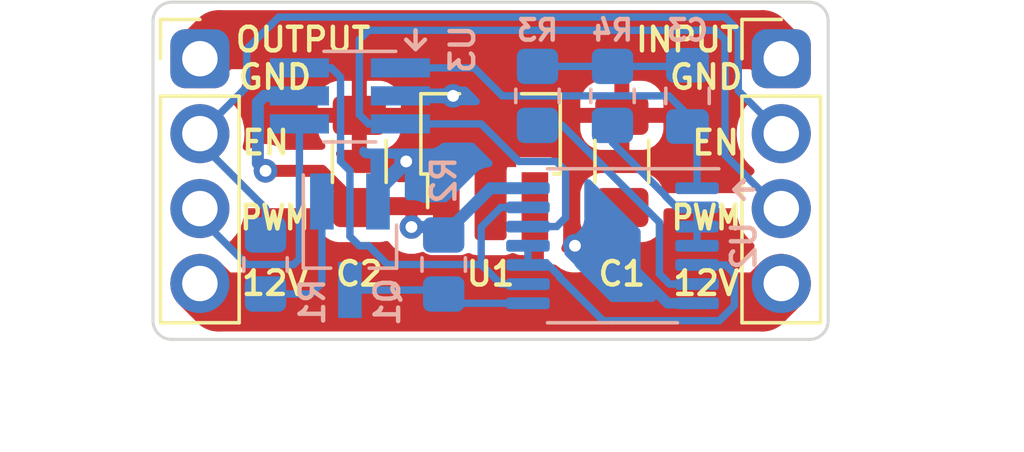
<source format=kicad_pcb>
(kicad_pcb (version 20211014) (generator pcbnew)
  (layers (0 "F.Cu" signal) (31 "B.Cu" signal) (34 "B.Paste" user) (35 "F.Paste" user) (36 "B.SilkS" user "B.Silkscreen") (37 "F.SilkS" user "F.Silkscreen") (38 "B.Mask" user) (39 "F.Mask" user) (44 "Edge.Cuts" user))
  (net 0 "")
  (net 1 "GND")
  (net 2 "VCC")
  (net 3 "Net-(C3-Pad1)")
  (net 4 "/~{Q}")
  (net 5 "/R")
  (net 6 "/S")
  (net 7 "Net-(C3-Pad2)")
  (net 8 "Net-(R3-Pad1)")
  (net 9 "+12V")
  (net 10 "/Q")
  (net 11 "Net-(Q1-Pad1)")
  (net 12 "Net-(R4-Pad1)")
  (net 13 "Net-(U3-Pad4)")
  (net 14 "Net-(R1-Pad1)")
  (footprint "Package_TO_SOT_SMD:SOT-89-3_Handsoldering" (layer "F.Cu") (at 53.975 82.8675 90)
    (fp_text reference "U1" (at -4.445 0) (layer "F.SilkS") (effects (font (size 0.8 0.8))))
    (fp_text value "L78L33")
    (fp_line (start -1.06 2.36) (end -1.06 2.13) (layer "F.SilkS") (width 0.12))
    (fp_line (start 1.66 1.05) (end 1.66 2.36) (layer "F.SilkS") (width 0.12))
    (fp_line (start -1.06 -2.36) (end 1.66 -2.36) (layer "F.SilkS") (width 0.12))
    (fp_line (start -2.2 -2.13) (end -1.06 -2.13) (layer "F.SilkS") (width 0.12))
    (fp_line (start 1.66 2.36) (end -1.06 2.36) (layer "F.SilkS") (width 0.12))
    (fp_line (start -1.06 -2.36) (end -1.06 -2.13) (layer "F.SilkS") (width 0.12))
    (fp_line (start 1.66 -2.36) (end 1.66 -1.05) (layer "F.SilkS") (width 0.12))
    (pad "1" smd rect (at -2.15 -1.5 90) (size 2.3 0.9) (layers "F.Cu" "F.Paste" "F.Mask") (net 2 "VCC"))
    (pad "2" smd custom (at -2.0625 0 90) (size 2.475 0.9) (layers "F.Cu" "F.Paste" "F.Mask") (net 1 "GND") (options (clearance outline) (anchor rect)) (primitives (gr_poly (pts (xy 5.3625 0.8665) (xy 1.2375 0.8665) (xy 1.2375 -0.8665) (xy 5.3625 -0.8665)) (width 0) (fill yes))))
    (pad "3" smd rect (at -2.15 1.5 90) (size 2.3 0.9) (layers "F.Cu" "F.Paste" "F.Mask") (net 9 "+12V"))
  )
  (footprint "Connector_PinHeader_2.54mm:PinHeader_1x04_P2.54mm_Vertical" (layer "F.Cu") (at 44.1325 80.02)
    (fp_text reference "OUTPUT" (at 3.4925 -0.645) (layer "F.SilkS") (effects (font (size 0.8 0.8))))
    (fp_text value "Conn_01x04_Male")
    (fp_line (start -1.33 0) (end -1.33 -1.33) (layer "F.SilkS") (width 0.12))
    (fp_line (start -1.33 1.27) (end -1.33 8.95) (layer "F.SilkS") (width 0.12))
    (fp_line (start -1.33 1.27) (end 1.33 1.27) (layer "F.SilkS") (width 0.12))
    (fp_line (start -1.33 8.95) (end 1.33 8.95) (layer "F.SilkS") (width 0.12))
    (fp_line (start 1.33 1.27) (end 1.33 8.95) (layer "F.SilkS") (width 0.12))
    (fp_line (start -1.33 -1.33) (end 0 -1.33) (layer "F.SilkS") (width 0.12))
    (pad "1" thru_hole roundrect (at 0 0) (size 2 2) (drill 1.2) (layers *.Cu *.Mask) (net 1 "GND"))
    (pad "2" thru_hole oval (at 0 2.54) (size 2 2) (drill 1.2) (layers *.Cu *.Mask) (net 14 "Net-(R1-Pad1)"))
    (pad "3" thru_hole oval (at 0 5.08) (size 2 2) (drill 1.2) (layers *.Cu *.Mask) (net 13 "Net-(U3-Pad4)"))
    (pad "4" thru_hole oval (at 0 7.62) (size 2 2) (drill 1.2) (layers *.Cu *.Mask) (net 9 "+12V"))
  )
  (footprint "Capacitor_SMD:C_1206_3216Metric_Pad1.33x1.80mm_HandSolder" (layer "F.Cu") (at 58.42 83.5025 90)
    (fp_text reference "C1" (at -3.81 0) (layer "F.SilkS") (effects (font (size 0.8 0.8))))
    (fp_text value "1u")
    (fp_line (start -0.711252 -0.91) (end 0.711252 -0.91) (layer "F.SilkS") (width 0.12))
    (fp_line (start -0.711252 0.91) (end 0.711252 0.91) (layer "F.SilkS") (width 0.12))
    (pad "1" smd roundrect (at -1.5625 0 90) (size 1.325 1.8) (layers "F.Cu" "F.Paste" "F.Mask") (roundrect_rratio 0.1886792453) (net 9 "+12V"))
    (pad "2" smd roundrect (at 1.5625 0 90) (size 1.325 1.8) (layers "F.Cu" "F.Paste" "F.Mask") (roundrect_rratio 0.1886792453) (net 1 "GND"))
  )
  (footprint "Connector_PinHeader_2.54mm:PinHeader_1x04_P2.54mm_Vertical" (layer "F.Cu") (at 63.8175 80.02)
    (fp_text reference "INPUT" (at -3.175 -0.645) (layer "F.SilkS") (effects (font (size 0.8 0.8))))
    (fp_text value "Conn_01x04_Male")
    (fp_line (start -1.33 1.27) (end -1.33 8.95) (layer "F.SilkS") (width 0.12))
    (fp_line (start -1.33 8.95) (end 1.33 8.95) (layer "F.SilkS") (width 0.12))
    (fp_line (start -1.33 -1.33) (end 0 -1.33) (layer "F.SilkS") (width 0.12))
    (fp_line (start -1.33 1.27) (end 1.33 1.27) (layer "F.SilkS") (width 0.12))
    (fp_line (start 1.33 1.27) (end 1.33 8.95) (layer "F.SilkS") (width 0.12))
    (fp_line (start -1.33 0) (end -1.33 -1.33) (layer "F.SilkS") (width 0.12))
    (pad "1" thru_hole roundrect (at 0 0) (size 2 2) (drill 1.2) (layers *.Cu *.Mask) (net 1 "GND"))
    (pad "2" thru_hole oval (at 0 2.54) (size 2 2) (drill 1.2) (layers *.Cu *.Mask) (net 14 "Net-(R1-Pad1)"))
    (pad "3" thru_hole oval (at 0 5.08) (size 2 2) (drill 1.2) (layers *.Cu *.Mask) (net 6 "/S"))
    (pad "4" thru_hole oval (at 0 7.62) (size 2 2) (drill 1.2) (layers *.Cu *.Mask) (net 9 "+12V"))
  )
  (footprint "Capacitor_SMD:C_1206_3216Metric_Pad1.33x1.80mm_HandSolder" (layer "F.Cu") (at 49.53 83.5025 90)
    (fp_text reference "C2" (at -3.81 0) (layer "F.SilkS") (effects (font (size 0.8 0.8))))
    (fp_text value "1u")
    (fp_line (start -0.711252 -0.91) (end 0.711252 -0.91) (layer "F.SilkS") (width 0.12))
    (fp_line (start -0.711252 0.91) (end 0.711252 0.91) (layer "F.SilkS") (width 0.12))
    (pad "1" smd roundrect (at -1.5625 0 90) (size 1.325 1.8) (layers "F.Cu" "F.Paste" "F.Mask") (roundrect_rratio 0.1886792453) (net 2 "VCC"))
    (pad "2" smd roundrect (at 1.5625 0 90) (size 1.325 1.8) (layers "F.Cu" "F.Paste" "F.Mask") (roundrect_rratio 0.1886792453) (net 1 "GND"))
  )
  (footprint "Resistor_SMD:R_0805_2012Metric_Pad1.20x1.40mm_HandSolder" (layer "B.Cu") (at 55.5625 81.28 90)
    (fp_text reference "R3" (at 2.2225 0 180) (layer "B.SilkS") (effects (font (size 0.7 0.7)) (justify mirror)))
    (fp_text value "330k")
    (fp_line (start -0.227064 -0.735) (end 0.227064 -0.735) (layer "B.SilkS") (width 0.12))
    (fp_line (start -0.227064 0.735) (end 0.227064 0.735) (layer "B.SilkS") (width 0.12))
    (pad "1" smd roundrect (at -1 0 90) (size 1.2 1.4) (layers "B.Cu" "B.Paste" "B.Mask") (roundrect_rratio 0.2083333333) (net 8 "Net-(R3-Pad1)"))
    (pad "2" smd roundrect (at 1 0 90) (size 1.2 1.4) (layers "B.Cu" "B.Paste" "B.Mask") (roundrect_rratio 0.2083333333) (net 7 "Net-(C3-Pad2)"))
  )
  (footprint "Package_TO_SOT_SMD:SOT-23_Handsoldering" (layer "B.Cu") (at 49.2125 86.36 -90)
    (fp_text reference "Q1" (at 1.905 -1.27 90) (layer "B.SilkS") (effects (font (size 0.8 0.8)) (justify mirror)))
    (fp_text value "MMBT3904")
    (fp_line (start 0.76 -1.58) (end -0.7 -1.58) (layer "B.SilkS") (width 0.12))
    (fp_line (start 0.76 1.58) (end 0.76 0.65) (layer "B.SilkS") (width 0.12))
    (fp_line (start 0.76 -1.58) (end 0.76 -0.65) (layer "B.SilkS") (width 0.12))
    (fp_line (start 0.76 1.58) (end -2.4 1.58) (layer "B.SilkS") (width 0.12))
    (pad "1" smd rect (at -1.5 0.95 270) (size 1.9 0.8) (layers "B.Cu" "B.Paste" "B.Mask") (net 11 "Net-(Q1-Pad1)"))
    (pad "2" smd rect (at -1.5 -0.95 270) (size 1.9 0.8) (layers "B.Cu" "B.Paste" "B.Mask") (net 1 "GND"))
    (pad "3" smd rect (at 1.5 0 270) (size 1.9 0.8) (layers "B.Cu" "B.Paste" "B.Mask") (net 5 "/R"))
  )
  (footprint "Capacitor_SMD:C_0805_2012Metric_Pad1.18x1.45mm_HandSolder" (layer "B.Cu") (at 60.6425 81.28 90)
    (fp_text reference "C3" (at 2.2225 0) (layer "B.SilkS") (effects (font (size 0.7 0.7)) (justify mirror)))
    (fp_text value "1nF")
    (fp_line (start -0.261252 0.735) (end 0.261252 0.735) (layer "B.SilkS") (width 0.12))
    (fp_line (start -0.261252 -0.735) (end 0.261252 -0.735) (layer "B.SilkS") (width 0.12))
    (pad "1" smd roundrect (at -1.0375 0 90) (size 1.175 1.45) (layers "B.Cu" "B.Paste" "B.Mask") (roundrect_rratio 0.2127659574) (net 3 "Net-(C3-Pad1)"))
    (pad "2" smd roundrect (at 1.0375 0 90) (size 1.175 1.45) (layers "B.Cu" "B.Paste" "B.Mask") (roundrect_rratio 0.2127659574) (net 7 "Net-(C3-Pad2)"))
  )
  (footprint "Resistor_SMD:R_0805_2012Metric_Pad1.20x1.40mm_HandSolder" (layer "B.Cu") (at 46.355 86.995 -90)
    (fp_text reference "R1" (at 1.27 -1.5875 90) (layer "B.SilkS") (effects (font (size 0.8 0.8)) (justify mirror)))
    (fp_text value "47k")
    (fp_line (start -0.227064 -0.735) (end 0.227064 -0.735) (layer "B.SilkS") (width 0.12))
    (fp_line (start -0.227064 0.735) (end 0.227064 0.735) (layer "B.SilkS") (width 0.12))
    (pad "1" smd roundrect (at -1 0 270) (size 1.2 1.4) (layers "B.Cu" "B.Paste" "B.Mask") (roundrect_rratio 0.2083333333) (net 14 "Net-(R1-Pad1)"))
    (pad "2" smd roundrect (at 1 0 270) (size 1.2 1.4) (layers "B.Cu" "B.Paste" "B.Mask") (roundrect_rratio 0.2083333333) (net 11 "Net-(Q1-Pad1)"))
  )
  (footprint "Package_TO_SOT_SMD:TSOT-23-6_HandSoldering" (layer "B.Cu") (at 49.2125 81.28 180)
    (fp_text reference "U3" (at -3.81 1.5875 90) (layer "B.SilkS") (effects (font (size 0.8 0.8)) (justify mirror)))
    (fp_text value "74LVC1G157")
    (fp_line (start 0.88 1.51) (end -1.55 1.51) (layer "B.SilkS") (width 0.12))
    (fp_line (start -0.88 -1.56) (end 0.88 -1.56) (layer "B.SilkS") (width 0.12))
    (pad "1" smd rect (at -1.71 0.95 180) (size 2 0.65) (layers "B.Cu" "B.Paste" "B.Mask") (net 3 "Net-(C3-Pad1)"))
    (pad "2" smd rect (at -1.71 0 180) (size 2 0.65) (layers "B.Cu" "B.Paste" "B.Mask") (net 1 "GND"))
    (pad "3" smd rect (at -1.71 -0.95 180) (size 2 0.65) (layers "B.Cu" "B.Paste" "B.Mask") (net 6 "/S"))
    (pad "4" smd rect (at 1.71 -0.95 180) (size 2 0.65) (layers "B.Cu" "B.Paste" "B.Mask") (net 13 "Net-(U3-Pad4)"))
    (pad "5" smd rect (at 1.71 0 180) (size 2 0.65) (layers "B.Cu" "B.Paste" "B.Mask") (net 2 "VCC"))
    (pad "6" smd rect (at 1.71 0.95 180) (size 2 0.65) (layers "B.Cu" "B.Paste" "B.Mask") (net 4 "/~{Q}"))
  )
  (footprint "Resistor_SMD:R_0805_2012Metric_Pad1.20x1.40mm_HandSolder" (layer "B.Cu") (at 58.1025 81.28 90)
    (fp_text reference "R4" (at 2.2225 0 180) (layer "B.SilkS") (effects (font (size 0.7 0.7)) (justify mirror)))
    (fp_text value "33k")
    (fp_line (start -0.227064 -0.735) (end 0.227064 -0.735) (layer "B.SilkS") (width 0.12))
    (fp_line (start -0.227064 0.735) (end 0.227064 0.735) (layer "B.SilkS") (width 0.12))
    (pad "1" smd roundrect (at -1 0 90) (size 1.2 1.4) (layers "B.Cu" "B.Paste" "B.Mask") (roundrect_rratio 0.2083333333) (net 12 "Net-(R4-Pad1)"))
    (pad "2" smd roundrect (at 1 0 90) (size 1.2 1.4) (layers "B.Cu" "B.Paste" "B.Mask") (roundrect_rratio 0.2083333333) (net 7 "Net-(C3-Pad2)"))
  )
  (footprint "Resistor_SMD:R_0805_2012Metric_Pad1.20x1.40mm_HandSolder" (layer "B.Cu") (at 52.3875 86.995 -90)
    (fp_text reference "R2" (at -2.8575 0 90) (layer "B.SilkS") (effects (font (size 0.8 0.8)) (justify mirror)))
    (fp_text value "22k")
    (fp_line (start -0.227064 -0.735) (end 0.227064 -0.735) (layer "B.SilkS") (width 0.12))
    (fp_line (start -0.227064 0.735) (end 0.227064 0.735) (layer "B.SilkS") (width 0.12))
    (pad "1" smd roundrect (at -1 0 270) (size 1.2 1.4) (layers "B.Cu" "B.Paste" "B.Mask") (roundrect_rratio 0.2083333333) (net 2 "VCC"))
    (pad "2" smd roundrect (at 1 0 270) (size 1.2 1.4) (layers "B.Cu" "B.Paste" "B.Mask") (roundrect_rratio 0.2083333333) (net 5 "/R"))
  )
  (footprint "Package_SO:TSSOP-14_4.4x5mm_P0.65mm" (layer "B.Cu") (at 58.1025 86.36 180)
    (fp_text reference "U2" (at -4.445 0 90) (layer "B.SilkS") (effects (font (size 0.8 0.8)) (justify mirror)))
    (fp_text value "74HC02")
    (fp_line (start 0 -2.61) (end -2.2 -2.61) (layer "B.SilkS") (width 0.12))
    (fp_line (start 0 2.61) (end 2.2 2.61) (layer "B.SilkS") (width 0.12))
    (fp_line (start 0 -2.61) (end 2.2 -2.61) (layer "B.SilkS") (width 0.12))
    (fp_line (start 0 2.61) (end -3.6 2.61) (layer "B.SilkS") (width 0.12))
    (pad "1" smd roundrect (at -2.8625 1.95 180) (size 1.475 0.4) (layers "B.Cu" "B.Paste" "B.Mask") (net 3 "Net-(C3-Pad1)"))
    (pad "2" smd roundrect (at -2.8625 1.3 180) (size 1.475 0.4) (layers "B.Cu" "B.Paste" "B.Mask") (net 12 "Net-(R4-Pad1)"))
    (pad "3" smd roundrect (at -2.8625 0.65 180) (size 1.475 0.4) (layers "B.Cu" "B.Paste" "B.Mask") (net 12 "Net-(R4-Pad1)"))
    (pad "4" smd roundrect (at -2.8625 0 180) (size 1.475 0.4) (layers "B.Cu" "B.Paste" "B.Mask") (net 12 "Net-(R4-Pad1)"))
    (pad "5" smd roundrect (at -2.8625 -0.65 180) (size 1.475 0.4) (layers "B.Cu" "B.Paste" "B.Mask") (net 10 "/Q"))
    (pad "6" smd roundrect (at -2.8625 -1.3 180) (size 1.475 0.4) (layers "B.Cu" "B.Paste" "B.Mask") (net 8 "Net-(R3-Pad1)"))
    (pad "7" smd roundrect (at -2.8625 -1.95 180) (size 1.475 0.4) (layers "B.Cu" "B.Paste" "B.Mask") (net 1 "GND"))
    (pad "8" smd roundrect (at 2.8625 -1.95 180) (size 1.475 0.4) (layers "B.Cu" "B.Paste" "B.Mask") (net 5 "/R"))
    (pad "9" smd roundrect (at 2.8625 -1.3 180) (size 1.475 0.4) (layers "B.Cu" "B.Paste" "B.Mask") (net 4 "/~{Q}"))
    (pad "10" smd roundrect (at 2.8625 -0.65 180) (size 1.475 0.4) (layers "B.Cu" "B.Paste" "B.Mask") (net 10 "/Q"))
    (pad "11" smd roundrect (at 2.8625 0 180) (size 1.475 0.4) (layers "B.Cu" "B.Paste" "B.Mask") (net 10 "/Q"))
    (pad "12" smd roundrect (at 2.8625 0.65 180) (size 1.475 0.4) (layers "B.Cu" "B.Paste" "B.Mask") (net 6 "/S"))
    (pad "13" smd roundrect (at 2.8625 1.3 180) (size 1.475 0.4) (layers "B.Cu" "B.Paste" "B.Mask") (net 4 "/~{Q}"))
    (pad "14" smd roundrect (at 2.8625 1.95 180) (size 1.475 0.4) (layers "B.Cu" "B.Paste" "B.Mask") (net 2 "VCC"))
  )
  (gr_line (start 51.435 79.0575) (end 51.435 79.6925) (layer "B.SilkS") (width 0.15))
  (gr_line (start 51.435 79.6925) (end 51.1175 79.375) (layer "B.SilkS") (width 0.15))
  (gr_line (start 62.23 84.455) (end 62.865 84.455) (layer "B.SilkS") (width 0.15))
  (gr_line (start 62.23 84.455) (end 62.5475 84.1375) (layer "B.SilkS") (width 0.15))
  (gr_line (start 51.435 79.6925) (end 51.7525 79.375) (layer "B.SilkS") (width 0.15))
  (gr_line (start 62.23 84.455) (end 62.5475 84.7725) (layer "B.SilkS") (width 0.15))
  (gr_line (start 65.405 88.9) (end 65.405 78.74) (layer "Edge.Cuts") (width 0.1))
  (gr_arc (start 42.545 78.74) (mid 42.730987 78.290987) (end 43.18 78.105) (layer "Edge.Cuts") (width 0.1))
  (gr_line (start 64.77 78.105) (end 43.18 78.105) (layer "Edge.Cuts") (width 0.1))
  (gr_line (start 43.18 89.535) (end 64.77 89.535) (layer "Edge.Cuts") (width 0.1))
  (gr_arc (start 65.405 88.9) (mid 65.219013 89.349013) (end 64.77 89.535) (layer "Edge.Cuts") (width 0.1))
  (gr_arc (start 64.77 78.105) (mid 65.219013 78.290987) (end 65.405 78.74) (layer "Edge.Cuts") (width 0.1))
  (gr_line (start 42.545 78.74) (end 42.545 88.9) (layer "Edge.Cuts") (width 0.1))
  (gr_arc (start 43.18 89.535) (mid 42.730987 89.349013) (end 42.545 88.9) (layer "Edge.Cuts") (width 0.1))
  (gr_text "12V" (at 61.2775 87.63) (layer "F.SilkS") (effects (font (size 0.8 0.8))))
  (gr_text "EN" (at 46.355 82.8675) (layer "F.SilkS") (effects (font (size 0.8 0.8))))
  (gr_text "PWM" (at 61.2775 85.4075) (layer "F.SilkS") (effects (font (size 0.8 0.7))))
  (gr_text "GND" (at 61.2775 80.645) (layer "F.SilkS") (effects (font (size 0.8 0.8))))
  (gr_text "EN" (at 61.595 82.8675) (layer "F.SilkS") (effects (font (size 0.8 0.8))))
  (gr_text "PWM" (at 46.6725 85.4075) (layer "F.SilkS") (effects (font (size 0.8 0.7))))
  (gr_text "12V" (at 46.6725 87.63) (layer "F.SilkS") (effects (font (size 0.8 0.8))))
  (gr_text "GND" (at 46.6725 80.645) (layer "F.SilkS") (effects (font (size 0.8 0.8))))
  (segment (start 63.8175 80.01) (end 63.1825 79.375) (width 2) (layer "F.Cu") (net 1))
  (segment (start 63.1825 79.375) (end 44.7775 79.375) (width 2) (layer "F.Cu") (net 1))
  (segment (start 63.8175 80.02) (end 63.8175 80.01) (width 2) (layer "F.Cu") (net 1))
  (segment (start 44.7775 79.375) (end 44.1325 80.02) (width 2) (layer "F.Cu") (net 1))
  (via (at 51.1175 83.5025) (size 0.8) (drill 0.4) (layers "F.Cu" "B.Cu") (net 1))
  (via (at 52.705 81.28) (size 0.8) (drill 0.4) (layers "F.Cu" "B.Cu") (net 1))
  (via (at 56.8325 86.36) (size 0.8) (drill 0.4) (layers "F.Cu" "B.Cu") (net 1))
  (segment (start 58.022586 86.36) (end 59.972595 88.310009) (width 0.3556) (layer "B.Cu") (net 1))
  (segment (start 51.1175 83.5025) (end 50.1625 84.4575) (width 0.5) (layer "B.Cu") (net 1))
  (segment (start 56.8325 86.36) (end 58.022586 86.36) (width 0.3556) (layer "B.Cu") (net 1))
  (segment (start 59.972595 88.310009) (end 60.965004 88.310009) (width 0.3556) (layer "B.Cu") (net 1))
  (segment (start 50.9225 81.28) (end 52.705 81.28) (width 0.5) (layer "B.Cu") (net 1))
  (segment (start 50.1625 84.4575) (end 50.1625 84.86) (width 0.5) (layer "B.Cu") (net 1))
  (segment (start 51.5075 85.0175) (end 51.2953 85.2297) (width 0.4064) (layer "F.Cu") (net 2))
  (segment (start 52.157503 85.017508) (end 49.577492 85.017508) (width 0.6096) (layer "F.Cu") (net 2))
  (segment (start 51.2953 85.2297) (end 51.2953 85.725) (width 0.4064) (layer "F.Cu") (net 2))
  (segment (start 48.26 83.82) (end 49.505 85.065) (width 0.4064) (layer "F.Cu") (net 2))
  (segment (start 46.355 83.82) (end 48.26 83.82) (width 0.4064) (layer "F.Cu") (net 2))
  (segment (start 49.577492 85.017508) (end 49.53 85.065) (width 0.6096) (layer "F.Cu") (net 2))
  (segment (start 52.475 85.0175) (end 51.5075 85.0175) (width 0.4064) (layer "F.Cu") (net 2))
  (segment (start 49.505 85.065) (end 49.53 85.065) (width 0.4064) (layer "F.Cu") (net 2))
  (via (at 46.355 83.82) (size 0.8) (drill 0.4) (layers "F.Cu" "B.Cu") (net 2))
  (via (at 51.2953 85.725) (size 0.8) (drill 0.4) (layers "F.Cu" "B.Cu") (net 2))
  (segment (start 52.07 85.725) (end 51.2953 85.725) (width 0.4064) (layer "B.Cu") (net 2))
  (segment (start 46.0961 81.4986) (end 46.3147 81.28) (width 0.4064) (layer "B.Cu") (net 2))
  (segment (start 46.0961 83.5611) (end 46.0961 81.4986) (width 0.4064) (layer "B.Cu") (net 2))
  (segment (start 55.24 84.41) (end 53.9725 84.41) (width 0.4064) (layer "B.Cu") (net 2))
  (segment (start 52.3875 85.995) (end 52.34 85.995) (width 0.4064) (layer "B.Cu") (net 2))
  (segment (start 46.355 83.82) (end 46.0961 83.5611) (width 0.4064) (layer "B.Cu") (net 2))
  (segment (start 46.3147 81.28) (end 47.5025 81.28) (width 0.4064) (layer "B.Cu") (net 2))
  (segment (start 52.34 85.995) (end 52.07 85.725) (width 0.4064) (layer "B.Cu") (net 2))
  (segment (start 53.9725 84.41) (end 52.3875 85.995) (width 0.4064) (layer "B.Cu") (net 2))
  (segment (start 60.965 82.64) (end 60.6425 82.3175) (width 0.25) (layer "B.Cu") (net 3))
  (segment (start 60.0075 81.28) (end 60.6425 81.915) (width 0.25) (layer "B.Cu") (net 3))
  (segment (start 54.371875 81.28) (end 60.0075 81.28) (width 0.25) (layer "B.Cu") (net 3))
  (segment (start 50.9225 80.33) (end 53.421875 80.33) (width 0.25) (layer "B.Cu") (net 3))
  (segment (start 60.6425 81.915) (end 60.6425 82.3175) (width 0.25) (layer "B.Cu") (net 3))
  (segment (start 53.421875 80.33) (end 54.371875 81.28) (width 0.25) (layer "B.Cu") (net 3))
  (segment (start 60.965 84.41) (end 60.965 82.64) (width 0.25) (layer "B.Cu") (net 3))
  (segment (start 49.2125 85.725) (end 49.2125 86.0425) (width 0.25) (layer "B.Cu") (net 4))
  (segment (start 49.2125 86.0425) (end 49.53 86.36) (width 0.25) (layer "B.Cu") (net 4))
  (segment (start 47.5025 80.33) (end 48.58 80.33) (width 0.25) (layer "B.Cu") (net 4))
  (segment (start 53.6575 86.995) (end 53.6575 85.725) (width 0.25) (layer "B.Cu") (net 4))
  (segment (start 53.6575 85.725) (end 54.3225 85.06) (width 0.25) (layer "B.Cu") (net 4))
  (segment (start 54.3225 85.06) (end 55.24 85.06) (width 0.25) (layer "B.Cu") (net 4))
  (segment (start 55.24 87.66) (end 54.3225 87.66) (width 0.25) (layer "B.Cu") (net 4))
  (segment (start 48.895 83.5025) (end 49.2125 83.82) (width 0.25) (layer "B.Cu") (net 4))
  (segment (start 49.2125 83.82) (end 49.2125 85.725) (width 0.25) (layer "B.Cu") (net 4))
  (segment (start 50.4825 86.995) (end 53.6575 86.995) (width 0.25) (layer "B.Cu") (net 4))
  (segment (start 49.53 86.36) (end 49.8475 86.36) (width 0.25) (layer "B.Cu") (net 4))
  (segment (start 48.58 80.33) (end 48.895 80.645) (width 0.25) (layer "B.Cu") (net 4))
  (segment (start 54.3225 87.66) (end 53.6575 86.995) (width 0.25) (layer "B.Cu") (net 4))
  (segment (start 49.8475 86.36) (end 50.4825 86.995) (width 0.25) (layer "B.Cu") (net 4))
  (segment (start 48.895 80.645) (end 48.895 83.5025) (width 0.25) (layer "B.Cu") (net 4))
  (segment (start 52.7025 88.31) (end 52.3875 87.995) (width 0.25) (layer "B.Cu") (net 5))
  (segment (start 52.2525 87.86) (end 52.3875 87.995) (width 0.25) (layer "B.Cu") (net 5))
  (segment (start 49.2125 87.86) (end 52.2525 87.86) (width 0.25) (layer "B.Cu") (net 5))
  (segment (start 55.24 88.31) (end 52.7025 88.31) (width 0.25) (layer "B.Cu") (net 5))
  (segment (start 49.53 81.915) (end 49.53 79.375) (width 0.25) (layer "B.Cu") (net 6))
  (segment (start 61.595 79.0575) (end 61.9125 79.375) (width 0.25) (layer "B.Cu") (net 6))
  (segment (start 56.2125 85.71) (end 55.24 85.71) (width 0.25) (layer "B.Cu") (net 6))
  (segment (start 49.845 82.23) (end 49.53 81.915) (width 0.25) (layer "B.Cu") (net 6))
  (segment (start 56.515 83.82) (end 56.515 85.4075) (width 0.25) (layer "B.Cu") (net 6))
  (segment (start 49.53 79.375) (end 49.8475 79.0575) (width 0.25) (layer "B.Cu") (net 6))
  (segment (start 56.515 85.4075) (end 56.2125 85.71) (width 0.25) (layer "B.Cu") (net 6))
  (segment (start 53.655 82.23) (end 54.9275 83.5025) (width 0.25) (layer "B.Cu") (net 6))
  (segment (start 56.1975 83.5025) (end 56.515 83.82) (width 0.25) (layer "B.Cu") (net 6))
  (segment (start 61.9125 83.285) (end 63.9475 85.32) (width 0.25) (layer "B.Cu") (net 6))
  (segment (start 50.9225 82.23) (end 53.655 82.23) (width 0.25) (layer "B.Cu") (net 6))
  (segment (start 54.9275 83.5025) (end 56.1975 83.5025) (width 0.25) (layer "B.Cu") (net 6))
  (segment (start 49.8475 79.0575) (end 61.595 79.0575) (width 0.25) (layer "B.Cu") (net 6))
  (segment (start 61.9125 79.375) (end 61.9125 83.285) (width 0.25) (layer "B.Cu") (net 6))
  (segment (start 50.9225 82.23) (end 49.845 82.23) (width 0.25) (layer "B.Cu") (net 6))
  (segment (start 60.605 80.28) (end 60.6425 80.2425) (width 0.25) (layer "B.Cu") (net 7))
  (segment (start 55.5625 80.28) (end 60.605 80.28) (width 0.25) (layer "B.Cu") (net 7))
  (segment (start 56.40375 82.28) (end 55.5625 82.28) (width 0.25) (layer "B.Cu") (net 8))
  (segment (start 60.965 87.66) (end 60.0375 87.66) (width 0.25) (layer "B.Cu") (net 8))
  (segment (start 60.0375 87.66) (end 59.69 87.3125) (width 0.25) (layer "B.Cu") (net 8))
  (segment (start 59.69 85.56625) (end 56.40375 82.28) (width 0.25) (layer "B.Cu") (net 8))
  (segment (start 59.69 87.3125) (end 59.69 85.56625) (width 0.25) (layer "B.Cu") (net 8))
  (segment (start 58.7375 88.265) (end 58.42 87.9475) (width 0.6096) (layer "F.Cu") (net 9))
  (segment (start 63.8175 87.64) (end 63.8075 87.64) (width 2) (layer "F.Cu") (net 9))
  (segment (start 58.42 85.3825) (end 58.1025 85.065) (width 0.6096) (layer "F.Cu") (net 9))
  (segment (start 63.8075 87.64) (end 63.1825 88.265) (width 2) (layer "F.Cu") (net 9))
  (segment (start 55.245 88.4075) (end 55.245 87.9475) (width 0.4064) (layer "F.Cu") (net 9))
  (segment (start 55.475 87.542494) (end 55.157497 87.859997) (width 0.6096) (layer "F.Cu") (net 9))
  (segment (start 55.475 85.0175) (end 55.475 87.542494) (width 0.6096) (layer "F.Cu") (net 9))
  (segment (start 55.245 87.9475) (end 55.88 88.5825) (width 0.4064) (layer "F.Cu") (net 9))
  (segment (start 58.42 87.9475) (end 58.42 85.3825) (width 0.6096) (layer "F.Cu") (net 9))
  (segment (start 55.1575 88.495) (end 55.245 88.4075) (width 0.4064) (layer "F.Cu") (net 9))
  (segment (start 58.1025 85.065) (end 58.7375 85.065) (width 0.4064) (layer "F.Cu") (net 9))
  (segment (start 44.7575 88.265) (end 44.1325 87.64) (width 2) (layer "F.Cu") (net 9))
  (segment (start 63.1825 88.265) (end 44.7575 88.265) (width 2) (layer "F.Cu") (net 9))
  (segment (start 55.1575 87.86) (end 55.245 87.9475) (width 0.4064) (layer "F.Cu") (net 9))
  (segment (start 55.928541 87.01) (end 56.3025 87.383959) (width 0.25) (layer "B.Cu") (net 10))
  (segment (start 57.785 88.9) (end 61.718066 88.9) (width 0.25) (layer "B.Cu") (net 10))
  (segment (start 55.24 86.36) (end 55.24 87.01) (width 0.25) (layer "B.Cu") (net 10))
  (segment (start 55.24 87.01) (end 55.928541 87.01) (width 0.25) (layer "B.Cu") (net 10))
  (segment (start 62.23 87.3125) (end 61.9275 87.01) (width 0.25) (layer "B.Cu") (net 10))
  (segment (start 62.23 88.388066) (end 62.23 87.3125) (width 0.25) (layer "B.Cu") (net 10))
  (segment (start 61.9275 87.01) (end 60.965 87.01) (width 0.25) (layer "B.Cu") (net 10))
  (segment (start 56.3025 87.383959) (end 56.3025 87.4175) (width 0.25) (layer "B.Cu") (net 10))
  (segment (start 56.3025 87.4175) (end 57.785 88.9) (width 0.25) (layer "B.Cu") (net 10))
  (segment (start 61.718066 88.9) (end 62.23 88.388066) (width 0.25) (layer "B.Cu") (net 10))
  (segment (start 47.895 87.995) (end 48.2625 87.6275) (width 0.25) (layer "B.Cu") (net 11))
  (segment (start 46.355 87.995) (end 47.895 87.995) (width 0.25) (layer "B.Cu") (net 11))
  (segment (start 48.2625 87.6275) (end 48.2625 84.86) (width 0.25) (layer "B.Cu") (net 11))
  (segment (start 59.90298 84.685841) (end 59.90298 84.66798) (width 0.25) (layer "B.Cu") (net 12))
  (segment (start 60.277139 85.06) (end 59.90298 84.685841) (width 0.25) (layer "B.Cu") (net 12))
  (segment (start 58.1025 82.8675) (end 58.1025 82.28) (width 0.25) (layer "B.Cu") (net 12))
  (segment (start 59.90298 84.66798) (end 58.1025 82.8675) (width 0.25) (layer "B.Cu") (net 12))
  (segment (start 60.965 85.71) (end 60.965 86.36) (width 0.25) (layer "B.Cu") (net 12))
  (segment (start 60.965 85.06) (end 60.277139 85.06) (width 0.25) (layer "B.Cu") (net 12))
  (segment (start 60.965 85.06) (end 60.965 85.71) (width 0.25) (layer "B.Cu") (net 12))
  (segment (start 47.5025 86.8) (end 47.3075 86.995) (width 0.25) (layer "B.Cu") (net 13))
  (segment (start 47.31 82.23) (end 47.5025 82.23) (width 0.25) (layer "B.Cu") (net 13))
  (segment (start 44.1325 85.4075) (end 44.1325 85.1) (width 0.25) (layer "B.Cu") (net 13))
  (segment (start 44.46 84.7725) (end 44.1325 85.1) (width 0.25) (layer "B.Cu") (net 13))
  (segment (start 47.5025 82.23) (end 47.5025 86.8) (width 0.25) (layer "B.Cu") (net 13))
  (segment (start 45.72 86.995) (end 44.1325 85.4075) (width 0.25) (layer "B.Cu") (net 13))
  (segment (start 47.3075 86.995) (end 45.72 86.995) (width 0.25) (layer "B.Cu") (net 13))
  (segment (start 45.72 79.6925) (end 46.805 78.6075) (width 0.25) (layer "B.Cu") (net 14))
  (segment (start 46.355 85.995) (end 46.355 85.09) (width 0.25) (layer "B.Cu") (net 14))
  (segment (start 45.72 80.9725) (end 45.72 79.6925) (width 0.25) (layer "B.Cu") (net 14))
  (segment (start 44.1325 82.56) (end 45.72 80.9725) (width 0.25) (layer "B.Cu") (net 14))
  (segment (start 61.9125 78.6075) (end 62.3625 79.0575) (width 0.25) (layer "B.Cu") (net 14))
  (segment (start 46.805 78.6075) (end 61.9125 78.6075) (width 0.25) (layer "B.Cu") (net 14))
  (segment (start 62.3625 81.105) (end 63.8175 82.56) (width 0.25) (layer "B.Cu") (net 14))
  (segment (start 62.3625 79.0575) (end 62.3625 81.105) (width 0.25) (layer "B.Cu") (net 14))
  (segment (start 44.1325 82.8675) (end 44.1325 82.56) (width 0.25) (layer "B.Cu") (net 14))
  (segment (start 46.355 85.09) (end 44.1325 82.8675) (width 0.25) (layer "B.Cu") (net 14))
  (zone (net 1) (net_name "GND") (layer "F.Cu") (priority 2) (connect_pads (clearance 0.508)) (min_thickness 0.254) (fill yes (thermal_gap 0.508) (thermal_bridge_width 0.508))
    (polygon (pts (xy 65.405 89.535) (xy 42.545 89.535) (xy 42.545 78.105) (xy 65.405 78.105)))
  )
  (zone (net 9) (net_name "+12V") (layer "F.Cu") (priority 3) (connect_pads (clearance 0.508)) (min_thickness 0.254) (fill yes (thermal_gap 0.508) (thermal_bridge_width 0.508))
    (polygon (pts (xy 55.5625 86.995) (xy 58.42 86.995) (xy 58.42 85.09) (xy 65.405 85.09) (xy 65.405 89.535) (xy 42.545 89.535) (xy 42.545 85.09) (xy 55.5625 85.09)))
  )
  (zone (net 1) (net_name "GND") (layer "B.Cu") (connect_pads (clearance 0.508)) (min_thickness 0.254) (fill yes (thermal_gap 0.508) (thermal_bridge_width 0.508))
    (polygon (pts (xy 65.405 89.535) (xy 42.545 89.535) (xy 42.545 78.105) (xy 65.405 78.105)))
  )
)
</source>
